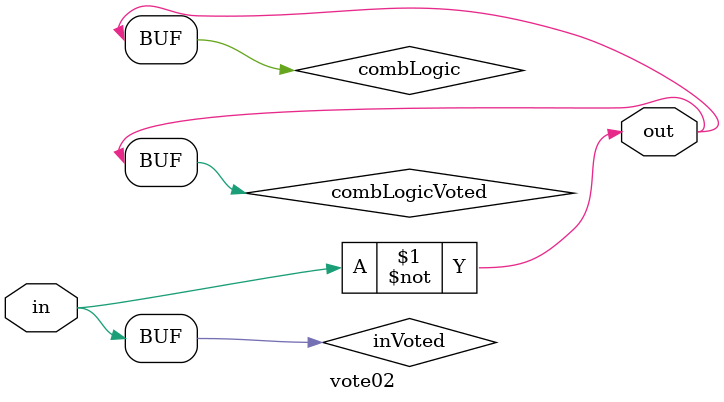
<source format=v>
module vote02 (in,out);
  input in;
  output out;
  wire combLogic;
  wire inVoted = in;
  assign combLogic = ~inVoted;
  wire combLogicVoted = combLogic;
  assign out = combLogicVoted;
endmodule

</source>
